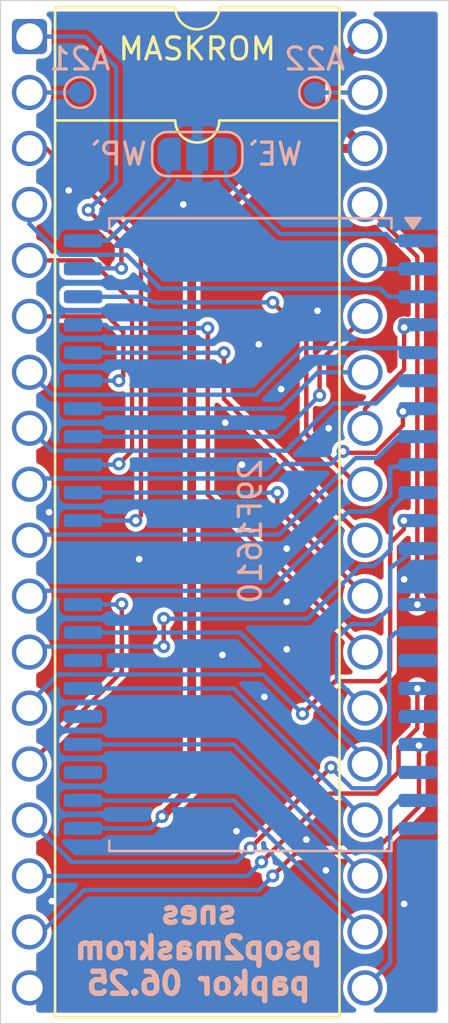
<source format=kicad_pcb>
(kicad_pcb (version 20241229) (generator "pcbnew") (generator_version "9.0")
  (layers (0 "F.Cu" signal) (2 "B.Cu" signal) (13 "F.Paste" user) (15 "B.Paste" user) (5 "F.SilkS" user "F.Silkscreen") (7 "B.SilkS" user "B.Silkscreen") (1 "F.Mask" user) (3 "B.Mask" user) (25 "Edge.Cuts" user))
  (net 0 "")
  (net 1 "/A21")
  (net 2 "/A20")
  (net 3 "/A5")
  (net 4 "/A19")
  (net 5 "/A1")
  (net 6 "/A9")
  (net 7 "/A2")
  (net 8 "/A14")
  (net 9 "/A0")
  (net 10 "/Vcc")
  (net 11 "/A7")
  (net 12 "/A11")
  (net 13 "/A3")
  (net 14 "/A18")
  (net 15 "/D6")
  (net 16 "/D1")
  (net 17 "/D5")
  (net 18 "/CE`")
  (net 19 "/A13")
  (net 20 "/A6")
  (net 21 "/A10")
  (net 22 "/D2")
  (net 23 "/D4")
  (net 24 "/D3")
  (net 25 "/A4")
  (net 26 "/A8")
  (net 27 "/D7")
  (net 28 "/A12")
  (net 29 "/A16")
  (net 30 "/Vss")
  (net 31 "/A15")
  (net 32 "/D0")
  (net 33 "/A22")
  (net 34 "/OE`")
  (net 35 "/A17")
  (net 39 "/WE`")
  (net 44 "/WP`")
  (footprint "Package_DIP_36:DIP-36_W15.24mm" (layer "F.Cu") (at 113.919 66.04)
    (property "Reference" "U1" (hide yes))
    (property "Value" "MASKROM" (at 7.62 0.56 0) (layer "F.SilkS"))
    (fp_line (start 1.16 -1.33) (end 1.16 44.51) (stroke (width 0.12)) (layer "F.SilkS"))
    (fp_line (start 1.16 44.51) (end 14.08 44.51) (stroke (width 0.12)) (layer "F.SilkS"))
    (fp_line (start 6.62 -1.33) (end 1.16 -1.33) (stroke (width 0.12)) (layer "F.SilkS"))
    (fp_line (start 6.62 3.81) (end 1.16 3.81) (stroke (width 0.12)) (layer "F.SilkS"))
    (fp_line (start 14.08 -1.33) (end 8.62 -1.33) (stroke (width 0.12)) (layer "F.SilkS"))
    (fp_line (start 14.08 3.81) (end 8.62 3.81) (stroke (width 0.12)) (layer "F.SilkS"))
    (fp_line (start 14.08 44.51) (end 14.08 -1.33) (stroke (width 0.12)) (layer "F.SilkS"))
    (fp_arc (start 8.62 -1.33) (mid 7.62 -0.33) (end 6.62 -1.33) (stroke (width 0.12)) (layer "F.SilkS"))
    (fp_arc (start 8.62 3.81) (mid 7.62 4.81) (end 6.62 3.81) (stroke (width 0.12)) (layer "F.SilkS"))
    (pad "1" thru_hole roundrect (at 0 0) (size 1.6 1.6) (drill 1.2) (layers "*.Cu" "*.Mask") (roundrect_rratio 0.15625) (net 2 "/A20"))
    (pad "2" thru_hole circle (at 0 2.54) (size 1.6 1.6) (drill 1.2) (layers "*.Cu" "*.Mask") (net 1 "/A21"))
    (pad "3" thru_hole circle (at 0 5.08) (size 1.6 1.6) (drill 1.2) (layers "*.Cu" "*.Mask") (net 35 "/A17"))
    (pad "4" thru_hole circle (at 0 7.62) (size 1.6 1.6) (drill 1.2) (layers "*.Cu" "*.Mask") (net 14 "/A18"))
    (pad "5" thru_hole circle (at 0 10.16) (size 1.6 1.6) (drill 1.2) (layers "*.Cu" "*.Mask") (net 31 "/A15"))
    (pad "6" thru_hole circle (at 0 12.7) (size 1.6 1.6) (drill 1.2) (layers "*.Cu" "*.Mask") (net 28 "/A12"))
    (pad "7" thru_hole circle (at 0 15.24) (size 1.6 1.6) (drill 1.2) (layers "*.Cu" "*.Mask") (net 11 "/A7"))
    (pad "8" thru_hole circle (at 0 17.78) (size 1.6 1.6) (drill 1.2) (layers "*.Cu" "*.Mask") (net 20 "/A6"))
    (pad "9" thru_hole circle (at 0 20.32) (size 1.6 1.6) (drill 1.2) (layers "*.Cu" "*.Mask") (net 3 "/A5"))
    (pad "10" thru_hole circle (at 0 22.86) (size 1.6 1.6) (drill 1.2) (layers "*.Cu" "*.Mask") (net 25 "/A4"))
    (pad "11" thru_hole circle (at 0 25.4) (size 1.6 1.6) (drill 1.2) (layers "*.Cu" "*.Mask") (net 13 "/A3"))
    (pad "12" thru_hole circle (at 0 27.94) (size 1.6 1.6) (drill 1.2) (layers "*.Cu" "*.Mask") (net 7 "/A2"))
    (pad "13" thru_hole circle (at 0 30.48) (size 1.6 1.6) (drill 1.2) (layers "*.Cu" "*.Mask") (net 5 "/A1"))
    (pad "14" thru_hole circle (at 0 33.02) (size 1.6 1.6) (drill 1.2) (layers "*.Cu" "*.Mask") (net 9 "/A0"))
    (pad "15" thru_hole circle (at 0 35.56) (size 1.6 1.6) (drill 1.2) (layers "*.Cu" "*.Mask") (net 32 "/D0"))
    (pad "16" thru_hole circle (at 0 38.1) (size 1.6 1.6) (drill 1.2) (layers "*.Cu" "*.Mask") (net 16 "/D1"))
    (pad "17" thru_hole circle (at 0 40.64) (size 1.6 1.6) (drill 1.2) (layers "*.Cu" "*.Mask") (net 22 "/D2"))
    (pad "18" thru_hole circle (at 0 43.18) (size 1.6 1.6) (drill 1.2) (layers "*.Cu" "*.Mask") (net 30 "/Vss"))
    (pad "19" thru_hole circle (at 15.24 43.18) (size 1.6 1.6) (drill 1.2) (layers "*.Cu" "*.Mask") (net 24 "/D3"))
    (pad "20" thru_hole circle (at 15.24 40.64) (size 1.6 1.6) (drill 1.2) (layers "*.Cu" "*.Mask") (net 23 "/D4"))
    (pad "21" thru_hole circle (at 15.24 38.1) (size 1.6 1.6) (drill 1.2) (layers "*.Cu" "*.Mask") (net 17 "/D5"))
    (pad "22" thru_hole circle (at 15.24 35.56) (size 1.6 1.6) (drill 1.2) (layers "*.Cu" "*.Mask") (net 15 "/D6"))
    (pad "23" thru_hole circle (at 15.24 33.02) (size 1.6 1.6) (drill 1.2) (layers "*.Cu" "*.Mask") (net 27 "/D7"))
    (pad "24" thru_hole circle (at 15.24 30.48) (size 1.6 1.6) (drill 1.2) (layers "*.Cu" "*.Mask") (net 18 "/CE`"))
    (pad "25" thru_hole circle (at 15.24 27.94) (size 1.6 1.6) (drill 1.2) (layers "*.Cu" "*.Mask") (net 21 "/A10"))
    (pad "26" thru_hole circle (at 15.24 25.4) (size 1.6 1.6) (drill 1.2) (layers "*.Cu" "*.Mask") (net 29 "/A16"))
    (pad "27" thru_hole circle (at 15.24 22.86) (size 1.6 1.6) (drill 1.2) (layers "*.Cu" "*.Mask") (net 12 "/A11"))
    (pad "28" thru_hole circle (at 15.24 20.32) (size 1.6 1.6) (drill 1.2) (layers "*.Cu" "*.Mask") (net 6 "/A9"))
    (pad "29" thru_hole circle (at 15.24 17.78) (size 1.6 1.6) (drill 1.2) (layers "*.Cu" "*.Mask") (net 26 "/A8"))
    (pad "30" thru_hole circle (at 15.24 15.24) (size 1.6 1.6) (drill 1.2) (layers "*.Cu" "*.Mask") (net 19 "/A13"))
    (pad "31" thru_hole circle (at 15.24 12.7) (size 1.6 1.6) (drill 1.2) (layers "*.Cu" "*.Mask") (net 8 "/A14"))
    (pad "32" thru_hole circle (at 15.24 10.16) (size 1.6 1.6) (drill 1.2) (layers "*.Cu" "*.Mask") (net 4 "/A19"))
    (pad "33" thru_hole circle (at 15.24 7.62) (size 1.6 1.6) (drill 1.2) (layers "*.Cu" "*.Mask") (net 34 "/OE`"))
    (pad "34" thru_hole circle (at 15.24 5.08) (size 1.6 1.6) (drill 1.2) (layers "*.Cu" "*.Mask") (net 10 "/Vcc"))
    (pad "35" thru_hole circle (at 15.24 2.54) (size 1.6 1.6) (drill 1.2) (layers "*.Cu" "*.Mask") (net 33 "/A22"))
    (pad "36" thru_hole circle (at 15.24 0) (size 1.6 1.6) (drill 1.2) (layers "*.Cu" "*.Mask") (net 10 "/Vcc"))
  )
  (footprint "TestPoint:TestPoint_Pad_D1.0mm" (layer "B.Cu") (at 116.205 68.58 180)
    (property "Reference" "TP1" (hide yes))
    (property "Value" "A21" (at 0 1.524 0) (layer "B.SilkS") (effects (justify mirror)))
    (fp_circle (center 0 0) (end 0 -0.7) (stroke (width 0.12)) (fill no) (layer "B.SilkS"))
    (pad "1" smd circle (at 0 0 180) (size 1 1) (layers "B.Cu" "B.Mask") (net 1 "/A21"))
  )
  (footprint "TestPoint:TestPoint_Pad_D1.0mm" (layer "B.Cu") (at 126.873 68.58 180)
    (property "Reference" "TP2" (hide yes))
    (property "Value" "A22" (at 0 1.524 0) (layer "B.SilkS") (effects (justify mirror)))
    (fp_circle (center 0 0) (end 0 -0.7) (stroke (width 0.12)) (fill no) (layer "B.SilkS"))
    (pad "1" smd circle (at 0 0 180) (size 1 1) (layers "B.Cu" "B.Mask") (net 33 "/A22"))
  )
  (footprint "Package_SO:SOP-44_12.6x28.5mm_P1.27mm" (layer "B.Cu") (at 123.952 88.646 180)
    (property "Reference" "U3" (hide yes))
    (property "Value" "29F1610" (at 0 0.146 90) (layer "B.SilkS") (effects (justify mirror)))
    (fp_line (start 6.41 14.36) (end 6.41 13.895) (stroke (width 0.12)) (layer "B.SilkS"))
    (fp_line (start 6.41 -14.36) (end 6.41 -13.895) (stroke (width 0.12)) (layer "B.SilkS"))
    (fp_line (start 0 14.36) (end 6.41 14.36) (stroke (width 0.12)) (layer "B.SilkS"))
    (fp_line (start 0 14.36) (end -6.41 14.36) (stroke (width 0.12)) (layer "B.SilkS"))
    (fp_line (start 0 -14.36) (end 6.41 -14.36) (stroke (width 0.12)) (layer "B.SilkS"))
    (fp_line (start 0 -14.36) (end -6.41 -14.36) (stroke (width 0.12)) (layer "B.SilkS"))
    (fp_line (start -6.41 14.36) (end -6.41 13.895) (stroke (width 0.12)) (layer "B.SilkS"))
    (fp_line (start -6.41 -14.36) (end -6.41 -13.895) (stroke (width 0.12)) (layer "B.SilkS"))
    (fp_poly (pts (xy -7.3875 13.895) (xy -7.7275 14.365) (xy -7.0475 14.365)) (stroke (width 0.12)) (fill yes) (layer "B.SilkS"))
    (pad "1" smd roundrect (at -7.6 13.335 180) (size 1.75 0.6) (layers "B.Cu" "B.Mask" "B.Paste") (net 39 "/WE`"))
    (pad "2" smd roundrect (at -7.6 12.065 180) (size 1.75 0.6) (layers "B.Cu" "B.Mask" "B.Paste") (net 4 "/A19"))
    (pad "3" smd roundrect (at -7.6 10.795 180) (size 1.75 0.6) (layers "B.Cu" "B.Mask" "B.Paste") (net 14 "/A18"))
    (pad "4" smd roundrect (at -7.6 9.525 180) (size 1.75 0.6) (layers "B.Cu" "B.Mask" "B.Paste") (net 26 "/A8"))
    (pad "5" smd roundrect (at -7.6 8.255 180) (size 1.75 0.6) (layers "B.Cu" "B.Mask" "B.Paste") (net 11 "/A7"))
    (pad "6" smd roundrect (at -7.6 6.985 180) (size 1.75 0.6) (layers "B.Cu" "B.Mask" "B.Paste") (net 20 "/A6"))
    (pad "7" smd roundrect (at -7.6 5.715 180) (size 1.75 0.6) (layers "B.Cu" "B.Mask" "B.Paste") (net 3 "/A5"))
    (pad "8" smd roundrect (at -7.6 4.445 180) (size 1.75 0.6) (layers "B.Cu" "B.Mask" "B.Paste") (net 25 "/A4"))
    (pad "9" smd roundrect (at -7.6 3.175 180) (size 1.75 0.6) (layers "B.Cu" "B.Mask" "B.Paste") (net 13 "/A3"))
    (pad "10" smd roundrect (at -7.6 1.905 180) (size 1.75 0.6) (layers "B.Cu" "B.Mask" "B.Paste") (net 7 "/A2"))
    (pad "11" smd roundrect (at -7.6 0.635 180) (size 1.75 0.6) (layers "B.Cu" "B.Mask" "B.Paste") (net 5 "/A1"))
    (pad "12" smd roundrect (at -7.6 -0.635 180) (size 1.75 0.6) (layers "B.Cu" "B.Mask" "B.Paste") (net 18 "/CE`"))
    (pad "13" smd roundrect (at -7.6 -1.905 180) (size 1.75 0.6) (layers "B.Cu" "B.Mask" "B.Paste") (net 30 "/Vss"))
    (pad "14" smd roundrect (at -7.6 -3.175 180) (size 1.75 0.6) (layers "B.Cu" "B.Mask" "B.Paste") (net 34 "/OE`"))
    (pad "15" smd roundrect (at -7.6 -4.445 180) (size 1.75 0.6) (layers "B.Cu" "B.Mask" "B.Paste") (net 32 "/D0"))
    (pad "16" smd roundrect (at -7.6 -5.715 180) (size 1.75 0.6) (layers "B.Cu" "B.Mask" "B.Paste"))
    (pad "17" smd roundrect (at -7.6 -6.985 180) (size 1.75 0.6) (layers "B.Cu" "B.Mask" "B.Paste") (net 16 "/D1"))
    (pad "18" smd roundrect (at -7.6 -8.255 180) (size 1.75 0.6) (layers "B.Cu" "B.Mask" "B.Paste"))
    (pad "19" smd roundrect (at -7.6 -9.525 180) (size 1.75 0.6) (layers "B.Cu" "B.Mask" "B.Paste") (net 22 "/D2"))
    (pad "20" smd roundrect (at -7.6 -10.795 180) (size 1.75 0.6) (layers "B.Cu" "B.Mask" "B.Paste"))
    (pad "21" smd roundrect (at -7.6 -12.065 180) (size 1.75 0.6) (layers "B.Cu" "B.Mask" "B.Paste") (net 24 "/D3"))
    (pad "22" smd roundrect (at -7.6 -13.335 180) (size 1.75 0.6) (layers "B.Cu" "B.Mask" "B.Paste"))
    (pad "23" smd roundrect (at 7.6 -13.335 180) (size 1.75 0.6) (layers "B.Cu" "B.Mask" "B.Paste") (net 10 "/Vcc"))
    (pad "24" smd roundrect (at 7.6 -12.065 180) (size 1.75 0.6) (layers "B.Cu" "B.Mask" "B.Paste") (net 23 "/D4"))
    (pad "25" smd roundrect (at 7.6 -10.795 180) (size 1.75 0.6) (layers "B.Cu" "B.Mask" "B.Paste"))
    (pad "26" smd roundrect (at 7.6 -9.525 180) (size 1.75 0.6) (layers "B.Cu" "B.Mask" "B.Paste") (net 17 "/D5"))
    (pad "27" smd roundrect (at 7.6 -8.255 180) (size 1.75 0.6) (layers "B.Cu" "B.Mask" "B.Paste"))
    (pad "28" smd roundrect (at 7.6 -6.985 180) (size 1.75 0.6) (layers "B.Cu" "B.Mask" "B.Paste") (net 15 "/D6"))
    (pad "29" smd roundrect (at 7.6 -5.715 180) (size 1.75 0.6) (layers "B.Cu" "B.Mask" "B.Paste"))
    (pad "30" smd roundrect (at 7.6 -4.445 180) (size 1.75 0.6) (layers "B.Cu" "B.Mask" "B.Paste") (net 27 "/D7"))
    (pad "31" smd roundrect (at 7.6 -3.175 180) (size 1.75 0.6) (layers "B.Cu" "B.Mask" "B.Paste") (net 9 "/A0"))
    (pad "32" smd roundrect (at 7.6 -1.905 180) (size 1.75 0.6) (layers "B.Cu" "B.Mask" "B.Paste") (net 30 "/Vss"))
    (pad "33" smd roundrect (at 7.6 -0.635 180) (size 1.75 0.6) (layers "B.Cu" "B.Mask" "B.Paste") (net 30 "/Vss"))
    (pad "34" smd roundrect (at 7.6 0.635 180) (size 1.75 0.6) (layers "B.Cu" "B.Mask" "B.Paste") (net 35 "/A17"))
    (pad "35" smd roundrect (at 7.6 1.905 180) (size 1.75 0.6) (layers "B.Cu" "B.Mask" "B.Paste") (net 29 "/A16"))
    (pad "36" smd roundrect (at 7.6 3.175 180) (size 1.75 0.6) (layers "B.Cu" "B.Mask" "B.Paste") (net 31 "/A15"))
    (pad "37" smd roundrect (at 7.6 4.445 180) (size 1.75 0.6) (layers "B.Cu" "B.Mask" "B.Paste") (net 8 "/A14"))
    (pad "38" smd roundrect (at 7.6 5.715 180) (size 1.75 0.6) (layers "B.Cu" "B.Mask" "B.Paste") (net 19 "/A13"))
    (pad "39" smd roundrect (at 7.6 6.985 180) (size 1.75 0.6) (layers "B.Cu" "B.Mask" "B.Paste") (net 28 "/A12"))
    (pad "40" smd roundrect (at 7.6 8.255 180) (size 1.75 0.6) (layers "B.Cu" "B.Mask" "B.Paste") (net 12 "/A11"))
    (pad "41" smd roundrect (at 7.6 9.525 180) (size 1.75 0.6) (layers "B.Cu" "B.Mask" "B.Paste") (net 21 "/A10"))
    (pad "42" smd roundrect (at 7.6 10.795 180) (size 1.75 0.6) (layers "B.Cu" "B.Mask" "B.Paste") (net 6 "/A9"))
    (pad "43" smd roundrect (at 7.6 12.065 180) (size 1.75 0.6) (layers "B.Cu" "B.Mask" "B.Paste") (net 2 "/A20"))
    (pad "44" smd roundrect (at 7.6 13.335 180) (size 1.75 0.6) (layers "B.Cu" "B.Mask" "B.Paste") (net 44 "/WP`"))
  )
  (footprint "Jumper:SolderJumper-3_P1.3mm_Open_RoundedPad1.0x1.5mm_NumberLabels" (layer "B.Cu") (at 121.539 71.374)
    (property "Reference" "JP1" (hide yes))
    (property "Value" "WE`/WP`")
    (fp_line (start -2.05 -0.3) (end -2.05 0.3) (stroke (width 0.12)) (layer "B.SilkS"))
    (fp_line (start -1.4 1) (end 1.4 1) (stroke (width 0.12)) (layer "B.SilkS"))
    (fp_line (start 1.4 -1) (end -1.4 -1) (stroke (width 0.12)) (layer "B.SilkS"))
    (fp_line (start 2.05 0.3) (end 2.05 -0.3) (stroke (width 0.12)) (layer "B.SilkS"))
    (fp_arc (start -2.05 -0.3) (mid -1.844975 -0.794975) (end -1.35 -1) (stroke (width 0.12)) (layer "B.SilkS"))
    (fp_arc (start -1.35 1) (mid -1.844975 0.794975) (end -2.05 0.3) (stroke (width 0.12)) (layer "B.SilkS"))
    (fp_arc (start 1.35 -1) (mid 1.844975 -0.794975) (end 2.05 -0.3) (stroke (width 0.12)) (layer "B.SilkS"))
    (fp_arc (start 2.05 0.3) (mid 1.844975 0.794975) (end 1.35 1) (stroke (width 0.12)) (layer "B.SilkS"))
    (fp_text user "WP`" (at -3.556 0 0) (layer "B.SilkS") (effects (justify mirror)))
    (fp_text user "WE`" (at 3.556 0 0) (layer "B.SilkS") (effects (justify mirror)))
    (pad "1" smd custom (at -1.3 0) (size 1 0.5) (layers "B.Cu" "B.Mask") (net 44 "/WP`") (options (clearance outline) (anchor rect)) (primitives (gr_circle (center 0 -0.25) (end 0.5 -0.25) (width 0) (fill yes)) (gr_circle (center 0 0.25) (end 0.5 0.25) (width 0) (fill yes)) (gr_poly (pts (xy 0.55 -0.75) (xy 0 -0.75) (xy 0 0.75) (xy 0.55 0.75)) (width 0) (fill yes))))
    (pad "2" smd rect (at 0 0) (size 1 1.5) (layers "B.Cu" "B.Mask") (net 30 "/Vss"))
    (pad "3" smd custom (at 1.3 0) (size 1 0.5) (layers "B.Cu" "B.Mask") (net 39 "/WE`") (options (clearance outline) (anchor rect)) (primitives (gr_circle (center 0 -0.25) (end 0.5 -0.25) (width 0) (fill yes)) (gr_circle (center 0 0.25) (end 0.5 0.25) (width 0) (fill yes)) (gr_poly (pts (xy 0 -0.75) (xy -0.55 -0.75) (xy -0.55 0.75) (xy 0 0.75)) (width 0) (fill yes))))
  )
  (gr_rect (start 112.603 64.4058) (end 132.961 110.8458) (stroke (width 0.05)) (fill no) (layer "Edge.Cuts"))
  (gr_text "snes\npsop2maskrom\npapkor 06.25" (at 121.6 109.6 0) (layer "B.SilkS") (effects (font (size 1 1) (thickness 0.25) (bold yes)) (justify bottom mirror)))
  (segment (start 113.919 68.58) (end 116.205 68.58) (width 0.2) (layer "B.Cu") (net 1))
  (segment (start 118.093395 75.421395) (end 118.093395 76.561225) (width 0.2) (layer "F.Cu") (net 2))
  (segment (start 116.586 73.914) (end 118.093395 75.421395) (width 0.2) (layer "F.Cu") (net 2))
  (via (at 118.093395 76.561225) (size 0.6) (drill 0.3) (layers "F.Cu" "B.Cu") (net 2))
  (via (at 116.586 73.914) (size 0.6) (drill 0.3) (layers "F.Cu" "B.Cu") (net 2))
  (segment (start 117.856 72.644) (end 116.586 73.914) (width 0.2) (layer "B.Cu") (net 2))
  (segment (start 117.856 67.437) (end 117.856 72.644) (width 0.2) (layer "B.Cu") (net 2))
  (segment (start 116.459 66.04) (end 117.856 67.437) (width 0.2) (layer "B.Cu") (net 2))
  (segment (start 118.093395 76.561225) (end 116.625775 76.561225) (width 0.2) (layer "B.Cu") (net 2))
  (segment (start 113.919 66.04) (end 116.459 66.04) (width 0.2) (layer "B.Cu") (net 2))
  (segment (start 116.606 76.581) (end 116.352 76.581) (width 0.2) (layer "B.Cu") (net 2))
  (segment (start 116.625775 76.561225) (end 116.606 76.581) (width 0.2) (layer "B.Cu") (net 2))
  (segment (start 130.8811 83.6859) (end 129.6325 84.9345) (width 0.2) (layer "F.Cu") (net 3))
  (segment (start 130.8811 83.058) (end 130.8811 83.6859) (width 0.2) (layer "F.Cu") (net 3))
  (segment (start 129.6325 84.9345) (end 128.2241 84.9345) (width 0.2) (layer "F.Cu") (net 3))
  (segment (start 128.2241 84.9345) (end 128.1607 84.8711) (width 0.2) (layer "F.Cu") (net 3))
  (via (at 130.8811 83.058) (size 0.6) (drill 0.3) (layers "F.Cu" "B.Cu") (net 3))
  (via (at 128.1607 84.8711) (size 0.6) (drill 0.3) (layers "F.Cu" "B.Cu") (net 3))
  (segment (start 127.5939 85.4379) (end 128.1607 84.8711) (width 0.2) (layer "B.Cu") (net 3))
  (segment (start 114.1826 86.0964) (end 124.8024 86.0964) (width 0.2) (layer "B.Cu") (net 3))
  (segment (start 131.0081 82.931) (end 130.8811 83.058) (width 0.2) (layer "B.Cu") (net 3))
  (segment (start 124.8024 86.0964) (end 125.4609 85.4379) (width 0.2) (layer "B.Cu") (net 3))
  (segment (start 113.919 86.36) (end 114.1826 86.0964) (width 0.2) (layer "B.Cu") (net 3))
  (segment (start 125.4609 85.4379) (end 127.5939 85.4379) (width 0.2) (layer "B.Cu") (net 3))
  (segment (start 131.552 82.931) (end 131.0081 82.931) (width 0.2) (layer "B.Cu") (net 3))
  (segment (start 129.54 76.581) (end 131.552 76.581) (width 0.2) (layer "B.Cu") (net 4))
  (segment (start 129.159 76.2) (end 129.54 76.581) (width 0.2) (layer "B.Cu") (net 4))
  (segment (start 127.8 95.3) (end 129.8 95.3) (width 0.2) (layer "F.Cu") (net 5))
  (segment (start 130.302 89.027) (end 130.9234 88.4056) (width 0.2) (layer "F.Cu") (net 5))
  (segment (start 130.302 94.798) (end 130.302 89.027) (width 0.2) (layer "F.Cu") (net 5))
  (segment (start 130.9234 88.4056) (end 130.9234 88.011) (width 0.2) (layer "F.Cu") (net 5))
  (segment (start 129.8 95.3) (end 130.302 94.798) (width 0.2) (layer "F.Cu") (net 5))
  (segment (start 126.3185 96.7815) (end 127.8 95.3) (width 0.2) (layer "F.Cu") (net 5))
  (via (at 126.3185 96.7815) (size 0.6) (drill 0.3) (layers "F.Cu" "B.Cu") (net 5))
  (via (at 130.9234 88.011) (size 0.6) (drill 0.3) (layers "F.Cu" "B.Cu") (net 5))
  (segment (start 115.2126 94.996) (end 113.919 96.2896) (width 0.2) (layer "B.Cu") (net 5))
  (segment (start 130.9234 88.011) (end 131.552 88.011) (width 0.2) (layer "B.Cu") (net 5))
  (segment (start 126.3185 96.7815) (end 124.533 94.996) (width 0.2) (layer "B.Cu") (net 5))
  (segment (start 113.919 96.2896) (end 113.919 96.52) (width 0.2) (layer "B.Cu") (net 5))
  (segment (start 124.533 94.996) (end 115.2126 94.996) (width 0.2) (layer "B.Cu") (net 5))
  (segment (start 126.492 79.629) (end 126.492 84.0849) (width 0.2) (layer "F.Cu") (net 6))
  (segment (start 128.7671 86.36) (end 129.159 86.36) (width 0.2) (layer "F.Cu") (net 6))
  (segment (start 124.968 78.105) (end 126.492 79.629) (width 0.2) (layer "F.Cu") (net 6))
  (segment (start 126.492 84.0849) (end 128.7671 86.36) (width 0.2) (layer "F.Cu") (net 6))
  (via (at 124.968 78.105) (size 0.6) (drill 0.3) (layers "F.Cu" "B.Cu") (net 6))
  (segment (start 124.968 78.105) (end 119.634 78.105) (width 0.2) (layer "B.Cu") (net 6))
  (segment (start 118.872 77.851) (end 116.352 77.851) (width 0.2) (layer "B.Cu") (net 6))
  (segment (start 119.634 78.105) (end 118.872 77.851) (width 0.2) (layer "B.Cu") (net 6))
  (segment (start 120.015 92.456) (end 120.015 93.726) (width 0.2) (layer "F.Cu") (net 7))
  (via (at 120.015 93.726) (size 0.6) (drill 0.3) (layers "F.Cu" "B.Cu") (net 7))
  (via (at 120.015 92.456) (size 0.6) (drill 0.3) (layers "F.Cu" "B.Cu") (net 7))
  (segment (start 129.5802 90.0633) (end 128.9472 90.0633) (width 0.2) (layer "B.Cu") (net 7))
  (segment (start 128.9472 90.0633) (end 126.545348 92.465152) (width 0.2) (layer "B.Cu") (net 7))
  (segment (start 120.024152 92.465152) (end 120.015 92.456) (width 0.2) (layer "B.Cu") (net 7))
  (segment (start 130.3234 87.4816) (end 130.3234 89.3201) (width 0.2) (layer "B.Cu") (net 7))
  (segment (start 130.3234 89.3201) (end 129.5802 90.0633) (width 0.2) (layer "B.Cu") (net 7))
  (segment (start 131.064 86.741) (end 130.3234 87.4816) (width 0.2) (layer "B.Cu") (net 7))
  (segment (start 126.545348 92.465152) (end 120.024152 92.465152) (width 0.2) (layer "B.Cu") (net 7))
  (segment (start 114.173 93.726) (end 113.919 93.98) (width 0.2) (layer "B.Cu") (net 7))
  (segment (start 120.015 93.726) (end 114.173 93.726) (width 0.2) (layer "B.Cu") (net 7))
  (segment (start 131.552 86.741) (end 131.064 86.741) (width 0.2) (layer "B.Cu") (net 7))
  (segment (start 129.159 78.74) (end 127.0955 80.8035) (width 0.2) (layer "F.Cu") (net 8))
  (segment (start 127.0955 80.8035) (end 127.0955 82.3273) (width 0.2) (layer "F.Cu") (net 8))
  (via (at 127.0955 82.3273) (size 0.6) (drill 0.3) (layers "F.Cu" "B.Cu") (net 8))
  (segment (start 127.0955 82.3273) (end 125.2218 84.201) (width 0.2) (layer "B.Cu") (net 8))
  (segment (start 125.2218 84.201) (end 116.352 84.201) (width 0.2) (layer "B.Cu") (net 8))
  (segment (start 118.11 91.7929) (end 118.11 94.869) (width 0.2) (layer "F.Cu") (net 9))
  (segment (start 118.11 94.869) (end 113.919 99.06) (width 0.2) (layer "F.Cu") (net 9))
  (via (at 118.11 91.7929) (size 0.6) (drill 0.3) (layers "F.Cu" "B.Cu") (net 9))
  (segment (start 118.0819 91.821) (end 118.11 91.7929) (width 0.2) (layer "B.Cu") (net 9))
  (segment (start 116.352 91.821) (end 116.321993 91.851007) (width 0.2) (layer "B.Cu") (net 9))
  (segment (start 116.352 91.821) (end 118.0819 91.821) (width 0.2) (layer "B.Cu") (net 9))
  (segment (start 129.159 66.04) (end 127.762 67.437) (width 0.4) (layer "F.Cu") (net 10))
  (segment (start 121.285 75.438) (end 125.603 71.12) (width 0.4) (layer "F.Cu") (net 10))
  (segment (start 125.603 71.12) (end 129.159 71.12) (width 0.4) (layer "F.Cu") (net 10))
  (segment (start 127.762 67.437) (end 127.762 69.723) (width 0.4) (layer "F.Cu") (net 10))
  (segment (start 127.762 69.723) (end 129.159 71.12) (width 0.4) (layer "F.Cu") (net 10))
  (segment (start 121.285 100.0972) (end 121.285 75.438) (width 0.4) (layer "F.Cu") (net 10))
  (segment (start 119.9411 101.4411) (end 121.285 100.0972) (width 0.4) (layer "F.Cu") (net 10))
  (via (at 119.9411 101.4411) (size 0.6) (drill 0.3) (layers "F.Cu" "B.Cu") (net 10))
  (segment (start 116.352 101.981) (end 119.4012 101.981) (width 0.2) (layer "B.Cu") (net 10))
  (segment (start 119.4012 101.981) (end 119.9411 101.4411) (width 0.2) (layer "B.Cu") (net 10))
  (segment (start 124.206 82.296) (end 126.3253 80.1767) (width 0.2) (layer "B.Cu") (net 11))
  (segment (start 130.937 80.391) (end 131.552 80.391) (width 0.2) (layer "B.Cu") (net 11))
  (segment (start 130.7227 80.1767) (end 130.937 80.391) (width 0.2) (layer "B.Cu") (net 11))
  (segment (start 126.3253 80.1767) (end 130.7227 80.1767) (width 0.2) (layer "B.Cu") (net 11))
  (segment (start 114.935 82.296) (end 124.206 82.296) (width 0.2) (layer "B.Cu") (net 11))
  (segment (start 113.919 81.28) (end 114.935 82.296) (width 0.2) (layer "B.Cu") (net 11))
  (segment (start 122.7505 80.391) (end 122.7505 82.4915) (width 0.2) (layer "F.Cu") (net 12))
  (segment (start 122.7505 82.4915) (end 129.159 88.9) (width 0.2) (layer "F.Cu") (net 12))
  (via (at 122.7505 80.391) (size 0.6) (drill 0.3) (layers "F.Cu" "B.Cu") (net 12))
  (segment (start 122.7505 80.391) (end 116.352 80.391) (width 0.2) (layer "B.Cu") (net 12))
  (segment (start 114.1661 91.1929) (end 124.8102 91.1929) (width 0.2) (layer "B.Cu") (net 13))
  (segment (start 113.919 91.44) (end 114.1661 91.1929) (width 0.2) (layer "B.Cu") (net 13))
  (segment (start 130.302 86.868) (end 130.302 85.598) (width 0.2) (layer "B.Cu") (net 13))
  (segment (start 129.413 87.5985) (end 130.302 86.868) (width 0.2) (layer "B.Cu") (net 13))
  (segment (start 131.318 85.471) (end 131.552 85.471) (width 0.2) (layer "B.Cu") (net 13))
  (segment (start 130.302 85.598) (end 131.318 85.471) (width 0.2) (layer "B.Cu") (net 13))
  (segment (start 124.8102 91.1929) (end 128.4046 87.5985) (width 0.2) (layer "B.Cu") (net 13))
  (segment (start 128.4046 87.5985) (end 129.413 87.5985) (width 0.2) (layer "B.Cu") (net 13))
  (segment (start 131.806 77.851) (end 131.552 77.851) (width 0.2) (layer "B.Cu") (net 14))
  (segment (start 113.919 73.66) (end 113.919 74.549) (width 0.2) (layer "B.Cu") (net 14))
  (segment (start 118.3267 75.946) (end 119.8507 77.47) (width 0.2) (layer "B.Cu") (net 14))
  (segment (start 129.8475 77.47) (end 130.2285 77.851) (width 0.2) (layer "B.Cu") (net 14))
  (segment (start 130.2285 77.851) (end 131.552 77.851) (width 0.2) (layer "B.Cu") (net 14))
  (segment (start 115.316 75.946) (end 118.3267 75.946) (width 0.2) (layer "B.Cu") (net 14))
  (segment (start 113.919 74.549) (end 115.316 75.946) (width 0.2) (layer "B.Cu") (net 14))
  (segment (start 119.8507 77.47) (end 129.8475 77.47) (width 0.2) (layer "B.Cu") (net 14))
  (segment (start 131.933 77.724) (end 131.806 77.851) (width 0.2) (layer "B.Cu") (net 14))
  (segment (start 123.19 95.631) (end 129.159 101.6) (width 0.2) (layer "B.Cu") (net 15))
  (segment (start 116.352 95.631) (end 123.19 95.631) (width 0.2) (layer "B.Cu") (net 15))
  (segment (start 124.46 103.505) (end 127.565 100.4) (width 0.2) (layer "F.Cu") (net 16))
  (segment (start 129.7 100.4) (end 130.683 99.417) (width 0.2) (layer "F.Cu") (net 16))
  (segment (start 130.683 98.298) (end 131.537 97.444) (width 0.2) (layer "F.Cu") (net 16))
  (segment (start 127.565 100.4) (end 129.7 100.4) (width 0.2) (layer "F.Cu") (net 16))
  (segment (start 130.683 99.417) (end 130.683 98.298) (width 0.2) (layer "F.Cu") (net 16))
  (segment (start 131.537 97.444) (end 131.537 95.631) (width 0.2) (layer "F.Cu") (net 16))
  (via (at 124.46 103.505) (size 0.6) (drill 0.3) (layers "F.Cu" "B.Cu") (net 16))
  (via (at 131.537 95.631) (size 0.6) (drill 0.3) (layers "F.Cu" "B.Cu") (net 16))
  (segment (start 123.825 104.14) (end 124.46 103.505) (width 0.2) (layer "B.Cu") (net 16))
  (segment (start 113.919 104.14) (end 123.825 104.14) (width 0.2) (layer "B.Cu") (net 16))
  (segment (start 131.537 95.631) (end 131.552 95.631) (width 0.2) (layer "B.Cu") (net 16))
  (segment (start 123.19 98.171) (end 116.352 98.171) (width 0.2) (layer "B.Cu") (net 17))
  (segment (start 129.159 104.14) (end 123.19 98.171) (width 0.2) (layer "B.Cu") (net 17))
  (segment (start 127.889 95.25) (end 129.159 96.52) (width 0.2) (layer "B.Cu") (net 18))
  (segment (start 129.54 92.71) (end 128.524 92.71) (width 0.2) (layer "B.Cu") (net 18))
  (segment (start 131.552 89.281) (end 131.445 89.281) (width 0.2) (layer "B.Cu") (net 18))
  (segment (start 131.445 89.281) (end 130.302 90.17) (width 0.2) (layer "B.Cu") (net 18))
  (segment (start 127.889 93.345) (end 128.524 92.71) (width 0.2) (layer "B.Cu") (net 18))
  (segment (start 130.302 90.17) (end 130.302 91.948) (width 0.2) (layer "B.Cu") (net 18))
  (segment (start 127.889 93.345) (end 127.889 95.25) (width 0.2) (layer "B.Cu") (net 18))
  (segment (start 130.302 91.948) (end 129.54 92.71) (width 0.2) (layer "B.Cu") (net 18))
  (segment (start 127.0155 81.28) (end 125.3645 82.931) (width 0.2) (layer "B.Cu") (net 19))
  (segment (start 129.159 81.28) (end 127.0155 81.28) (width 0.2) (layer "B.Cu") (net 19))
  (segment (start 125.3645 82.931) (end 116.352 82.931) (width 0.2) (layer "B.Cu") (net 19))
  (segment (start 114.935 84.836) (end 125.5795 84.836) (width 0.2) (layer "B.Cu") (net 20))
  (segment (start 130.6928 81.661) (end 131.552 81.661) (width 0.2) (layer "B.Cu") (net 20))
  (segment (start 127.724 82.6915) (end 129.6623 82.6915) (width 0.2) (layer "B.Cu") (net 20))
  (segment (start 129.6623 82.6915) (end 130.6928 81.661) (width 0.2) (layer "B.Cu") (net 20))
  (segment (start 125.5795 84.836) (end 127.724 82.6915) (width 0.2) (layer "B.Cu") (net 20))
  (segment (start 113.919 83.82) (end 114.935 84.836) (width 0.2) (layer "B.Cu") (net 20))
  (segment (start 129.159 93.98) (end 122.0156 86.8366) (width 0.2) (layer "F.Cu") (net 21))
  (segment (start 122.0156 86.8366) (end 122.0156 79.2733) (width 0.2) (layer "F.Cu") (net 21))
  (via (at 122.0156 79.2733) (size 0.6) (drill 0.3) (layers "F.Cu" "B.Cu") (net 21))
  (segment (start 116.352 79.121) (end 117.368 79.121) (width 0.2) (layer "B.Cu") (net 21))
  (segment (start 117.368 79.121) (end 117.5203 79.2733) (width 0.2) (layer "B.Cu") (net 21))
  (segment (start 117.5203 79.2733) (end 122.0156 79.2733) (width 0.2) (layer "B.Cu") (net 21))
  (segment (start 125.984 103.124) (end 128.70295 103.039) (width 0.2) (layer "F.Cu") (net 22))
  (segment (start 131.609506 101.000881) (end 131.609506 98.220024) (width 0.2) (layer "F.Cu") (net 22))
  (segment (start 129.571387 103.039) (end 131.609506 101.000881) (width 0.2) (layer "F.Cu") (net 22))
  (segment (start 124.968 104.14) (end 125.984 103.124) (width 0.2) (layer "F.Cu") (net 22))
  (segment (start 128.70295 103.039) (end 129.571387 103.039) (width 0.2) (layer "F.Cu") (net 22))
  (via (at 124.968 104.14) (size 0.6) (drill 0.3) (layers "F.Cu" "B.Cu") (net 22))
  (via (at 131.609506 98.220024) (size 0.6) (drill 0.3) (layers "F.Cu" "B.Cu") (net 22))
  (segment (start 114.487 106.68) (end 113.919 106.68) (width 0.2) (layer "B.Cu") (net 22))
  (segment (start 116.392 104.775) (end 114.487 106.68) (width 0.2) (layer "B.Cu") (net 22))
  (segment (start 131.601024 98.220024) (end 131.609506 98.220024) (width 0.2) (layer "B.Cu") (net 22))
  (segment (start 124.968 104.14) (end 124.333 104.775) (width 0.2) (layer "B.Cu") (net 22))
  (segment (start 124.333 104.775) (end 116.392 104.775) (width 0.2) (layer "B.Cu") (net 22))
  (segment (start 131.552 98.171) (end 131.601024 98.220024) (width 0.2) (layer "B.Cu") (net 22))
  (segment (start 129.159 106.68) (end 123.19 100.711) (width 0.2) (layer "B.Cu") (net 23))
  (segment (start 123.19 100.711) (end 116.352 100.711) (width 0.2) (layer "B.Cu") (net 23))
  (segment (start 130.302 108.077) (end 130.302 101.092) (width 0.2) (layer "B.Cu") (net 24))
  (segment (start 130.683 100.711) (end 131.552 100.711) (width 0.2) (layer "B.Cu") (net 24))
  (segment (start 130.302 101.092) (end 130.683 100.711) (width 0.2) (layer "B.Cu") (net 24))
  (segment (start 129.159 109.22) (end 130.302 108.077) (width 0.2) (layer "B.Cu") (net 24))
  (segment (start 128.73345 85.16945) (end 125.2569 88.646) (width 0.2) (layer "B.Cu") (net 25))
  (segment (start 130.683 84.201) (end 129.71455 85.16945) (width 0.2) (layer "B.Cu") (net 25))
  (segment (start 114.173 88.646) (end 113.919 88.9) (width 0.2) (layer "B.Cu") (net 25))
  (segment (start 131.552 84.201) (end 130.683 84.201) (width 0.2) (layer "B.Cu") (net 25))
  (segment (start 125.2569 88.646) (end 114.173 88.646) (width 0.2) (layer "B.Cu") (net 25))
  (segment (start 129.71455 85.16945) (end 128.73345 85.16945) (width 0.2) (layer "B.Cu") (net 25))
  (segment (start 129.159 82.931) (end 129.159 83.82) (width 0.2) (layer "F.Cu") (net 26))
  (segment (start 130.937 81.153) (end 129.159 82.931) (width 0.2) (layer "F.Cu") (net 26))
  (segment (start 130.937 79.248) (end 130.937 81.153) (width 0.2) (layer "F.Cu") (net 26))
  (via (at 130.937 79.248) (size 0.6) (drill 0.3) (layers "F.Cu" "B.Cu") (net 26))
  (segment (start 131.064 79.121) (end 130.937 79.248) (width 0.2) (layer "B.Cu") (net 26))
  (segment (start 129.159 83.82) (end 129.447 83.532) (width 0.2) (layer "B.Cu") (net 26))
  (segment (start 131.552 79.121) (end 131.064 79.121) (width 0.2) (layer "B.Cu") (net 26))
  (segment (start 129.159 99.06) (end 129.159 98.7711) (width 0.2) (layer "B.Cu") (net 27))
  (segment (start 123.4789 93.091) (end 116.352 93.091) (width 0.2) (layer "B.Cu") (net 27))
  (segment (start 129.159 98.7711) (end 123.4789 93.091) (width 0.2) (layer "B.Cu") (net 27))
  (segment (start 117.978 81.661) (end 118.177 81.462) (width 0.2) (layer "F.Cu") (net 28))
  (segment (start 118.177 81.462) (end 118.177 79.442) (width 0.2) (layer "F.Cu") (net 28))
  (segment (start 117.475 78.74) (end 113.919 78.74) (width 0.2) (layer "F.Cu") (net 28))
  (segment (start 118.177 79.442) (end 117.475 78.74) (width 0.2) (layer "F.Cu") (net 28))
  (via (at 117.978 81.661) (size 0.6) (drill 0.3) (layers "F.Cu" "B.Cu") (net 28))
  (segment (start 116.352 81.661) (end 117.978 81.661) (width 0.2) (layer "B.Cu") (net 28))
  (segment (start 125.178 87.459) (end 129.159 91.44) (width 0.2) (layer "F.Cu") (net 29))
  (segment (start 125.178 86.741) (end 125.178 87.459) (width 0.2) (layer "F.Cu") (net 29))
  (via (at 125.178 86.741) (size 0.6) (drill 0.3) (layers "F.Cu" "B.Cu") (net 29))
  (segment (start 125.178 86.741) (end 116.352 86.741) (width 0.2) (layer "B.Cu") (net 29))
  (segment (start 127.61 97.79) (end 130.175 97.79) (width 0.3) (layer "F.Cu") (net 30))
  (segment (start 120.904 73.66) (end 119.8 74.764) (width 0.4) (layer "F.Cu") (net 30))
  (segment (start 125.349 97.79) (end 127.59 97.79) (width 0.4) (layer "F.Cu") (net 30))
  (segment (start 119.8 88.861042) (end 118.9 89.761042) (width 0.4) (layer "F.Cu") (net 30))
  (segment (start 127.59 97.79) (end 127.6 97.8) (width 0.4) (layer "F.Cu") (net 30))
  (segment (start 113.919 109.22) (end 125.349 97.79) (width 0.4) (layer "F.Cu") (net 30))
  (segment (start 127.6 97.8) (end 127.61 97.79) (width 0.3) (layer "F.Cu") (net 30))
  (segment (start 118.9 89.761042) (end 118.9 104.239) (width 0.4) (layer "F.Cu") (net 30))
  (segment (start 130.175 97.79) (end 130.8 97.165) (width 0.3) (layer "F.Cu") (net 30))
  (segment (start 130.8 97.165) (end 130.8 90.815) (width 0.3) (layer "F.Cu") (net 30))
  (segment (start 130.8 90.815) (end 130.937 90.678) (width 0.3) (layer "F.Cu") (net 30))
  (segment (start 119.8 74.764) (end 119.8 88.861042) (width 0.4) (layer "F.Cu") (net 30))
  (segment (start 118.9 104.239) (end 113.919 109.22) (width 0.4) (layer "F.Cu") (net 30))
  (via (at 122.682 94.107) (size 0.6) (drill 0.3) (layers "F.Cu" "B.Cu") (net 30))
  (via (at 124.587 96.012) (size 0.6) (drill 0.3) (layers "F.Cu" "B.Cu") (net 30))
  (via (at 120.904 73.66) (size 0.6) (drill 0.3) (layers "F.Cu" "B.Cu") (net 30))
  (via (at 130.937 105.41) (size 0.6) (drill 0.3) (layers "F.Cu" "B.Cu") (net 30))
  (via (at 127 78.486) (size 0.6) (drill 0.3) (layers "F.Cu" "B.Cu") (net 30))
  (via (at 127.381 103.886) (size 0.6) (drill 0.3) (layers "F.Cu" "B.Cu") (net 30))
  (via (at 125.603 89.281) (size 0.6) (drill 0.3) (layers "F.Cu" "B.Cu") (net 30))
  (via (at 125.349 82.042) (size 0.6) (drill 0.3) (layers "F.Cu" "B.Cu") (net 30))
  (via (at 127.508 83.82) (size 0.6) (drill 0.3) (layers "F.Cu" "B.Cu") (net 30))
  (via (at 124.333 80.01) (size 0.6) (drill 0.3) (layers "F.Cu" "B.Cu") (net 30))
  (via (at 122.809 83.566) (size 0.6) (drill 0.3) (layers "F.Cu" "B.Cu") (net 30))
  (via (at 123.317 102.108) (size 0.6) (drill 0.3) (layers "F.Cu" "B.Cu") (net 30))
  (via (at 114.808 87.63) (size 0.6) (drill 0.3) (layers "F.Cu" "B.Cu") (net 30))
  (via (at 126.492 102.489) (size 0.6) (drill 0.3) (layers "F.Cu" "B.Cu") (net 30))
  (via (at 130.937 90.678) (size 0.6) (drill 0.3) (layers "F.Cu" "B.Cu") (net 30))
  (via (at 123.571 85.471) (size 0.6) (drill 0.3) (layers "F.Cu" "B.Cu") (net 30))
  (via (at 125.603 91.694) (size 0.6) (drill 0.3) (layers "F.Cu" "B.Cu") (net 30))
  (via (at 115.697 73.025) (size 0.6) (drill 0.3) (layers "F.Cu" "B.Cu") (net 30))
  (via (at 118.9 89.761042) (size 0.6) (drill 0.3) (layers "F.Cu" "B.Cu") (net 30))
  (via (at 114.935 105.283) (size 0.6) (drill 0.3) (layers "F.Cu" "B.Cu") (net 30))
  (via (at 125.603 93.853) (size 0.6) (drill 0.3) (layers "F.Cu" "B.Cu") (net 30))
  (segment (start 116.352 89.281) (end 116.606 89.535) (width 0.4) (layer "B.Cu") (net 30))
  (segment (start 130.937 90.678) (end 131.425 90.678) (width 0.2) (layer "B.Cu") (net 30))
  (segment (start 118.745042 89.916) (end 116.606 89.916) (width 0.4) (layer "B.Cu") (net 30))
  (segment (start 116.606 90.297) (end 116.352 90.551) (width 0.4) (layer "B.Cu") (net 30))
  (segment (start 121.539 73.025) (end 121.539 71.374) (width 0.4) (layer "B.Cu") (net 30))
  (segment (start 118.9 89.761042) (end 118.745042 89.916) (width 0.4) (layer "B.Cu") (net 30))
  (segment (start 116.606 89.916) (end 116.606 90.297) (width 0.4) (layer "B.Cu") (net 30))
  (segment (start 120.904 73.66) (end 121.539 73.025) (width 0.4) (layer "B.Cu") (net 30))
  (segment (start 131.425 90.678) (end 131.552 90.551) (width 0.2) (layer "B.Cu") (net 30))
  (segment (start 116.606 89.535) (end 116.606 89.916) (width 0.4) (layer "B.Cu") (net 30))
  (segment (start 116.713 76.2) (end 113.919 76.2) (width 0.2) (layer "F.Cu") (net 31))
  (segment (start 117.983 85.436) (end 118.578 84.841) (width 0.2) (layer "F.Cu") (net 31))
  (segment (start 118.578 84.841) (end 118.578 78.065) (width 0.2) (layer "F.Cu") (net 31))
  (segment (start 118.578 78.065) (end 116.713 76.2) (width 0.2) (layer "F.Cu") (net 31))
  (via (at 117.983 85.436) (size 0.6) (drill 0.3) (layers "F.Cu" "B.Cu") (net 31))
  (segment (start 117.948 85.471) (end 117.983 85.436) (width 0.2) (layer "B.Cu") (net 31))
  (segment (start 115.697 85.344) (end 116.225 85.344) (width 0.2) (layer "B.Cu") (net 31))
  (segment (start 116.352 85.471) (end 117.948 85.471) (width 0.2) (layer "B.Cu") (net 31))
  (segment (start 116.225 85.344) (end 116.352 85.471) (width 0.2) (layer "B.Cu") (net 31))
  (segment (start 127.614765 99.207235) (end 123.952 102.87) (width 0.2) (layer "F.Cu") (net 32))
  (via (at 123.952 102.87) (size 0.6) (drill 0.3) (layers "F.Cu" "B.Cu") (net 32))
  (via (at 127.614765 99.207235) (size 0.6) (drill 0.3) (layers "F.Cu" "B.Cu") (net 32))
  (segment (start 115.824 103.505) (end 123.317 103.505) (width 0.2) (layer "B.Cu") (net 32))
  (segment (start 127.614765 99.207235) (end 128.56853 100.161) (width 0.2) (layer "B.Cu") (net 32))
  (segment (start 123.317 103.505) (end 123.952 102.87) (width 0.2) (layer "B.Cu") (net 32))
  (segment (start 128.56853 100.161) (end 129.6415 100.161) (width 0.2) (layer "B.Cu") (net 32))
  (segment (start 130.556 93.091) (end 131.552 93.091) (width 0.2) (layer "B.Cu") (net 32))
  (segment (start 113.919 101.6) (end 115.824 103.505) (width 0.2) (layer "B.Cu") (net 32))
  (segment (start 129.6266 100.1759) (end 130.26 99.5425) (width 0.2) (layer "B.Cu") (net 32))
  (segment (start 130.26 99.5425) (end 130.26 93.387) (width 0.2) (layer "B.Cu") (net 32))
  (segment (start 130.26 93.387) (end 130.556 93.091) (width 0.2) (layer "B.Cu") (net 32))
  (segment (start 126.873 68.58) (end 129.159 68.58) (width 0.2) (layer "B.Cu") (net 33))
  (segment (start 131.537 91.821) (end 131.537 76.038) (width 0.2) (layer "F.Cu") (net 34))
  (segment (start 131.537 76.038) (end 129.159 73.66) (width 0.2) (layer "F.Cu") (net 34))
  (via (at 131.537 91.821) (size 0.6) (drill 0.3) (layers "F.Cu" "B.Cu") (net 34))
  (segment (start 131.552 91.821) (end 131.537 91.821) (width 0.2) (layer "B.Cu") (net 34))
  (segment (start 118.979 87.777) (end 118.979 75.418) (width 0.2) (layer "F.Cu") (net 35))
  (segment (start 114.681 71.12) (end 113.919 71.12) (width 0.2) (layer "F.Cu") (net 35))
  (segment (start 118.745 88.011) (end 118.979 87.777) (width 0.2) (layer "F.Cu") (net 35))
  (segment (start 118.979 75.418) (end 114.681 71.12) (width 0.2) (layer "F.Cu") (net 35))
  (via (at 118.745 88.011) (size 0.6) (drill 0.3) (layers "F.Cu" "B.Cu") (net 35))
  (segment (start 118.745 88.011) (end 116.352 88.011) (width 0.2) (layer "B.Cu") (net 35))
  (segment (start 122.839 72.547) (end 125.292 75) (width 0.2) (layer "B.Cu") (net 39))
  (segment (start 130.118 75) (end 130.429 75.311) (width 0.2) (layer "B.Cu") (net 39))
  (segment (start 122.839 71.374) (end 122.839 72.547) (width 0.2) (layer "B.Cu") (net 39))
  (segment (start 125.292 75) (end 130.118 75) (width 0.2) (layer "B.Cu") (net 39))
  (segment (start 130.429 75.311) (end 131.552 75.311) (width 0.2) (layer "B.Cu") (net 39))
  (segment (start 120.239 72.547) (end 120.239 71.374) (width 0.2) (layer "B.Cu") (net 44))
  (segment (start 117.475 75.311) (end 120.239 72.547) (width 0.2) (layer "B.Cu") (net 44))
  (segment (start 116.352 75.311) (end 117.475 75.311) (width 0.2) (layer "B.Cu") (net 44))
  (zone (net 30) (net_name "/Vss") (layers "F.Cu" "B.Cu") (connect_pads yes (clearance 0.2)) (min_thickness 0.25) (fill yes (thermal_gap 0.5) (thermal_bridge_width 0.5))
    (polygon (pts (xy 132.842 110.744) (xy 132.842 64.516) (xy 114.2238 64.516) (xy 114.2238 110.871) (xy 132.969 110.871) (xy 132.969 110.49)))
  )
)
</source>
